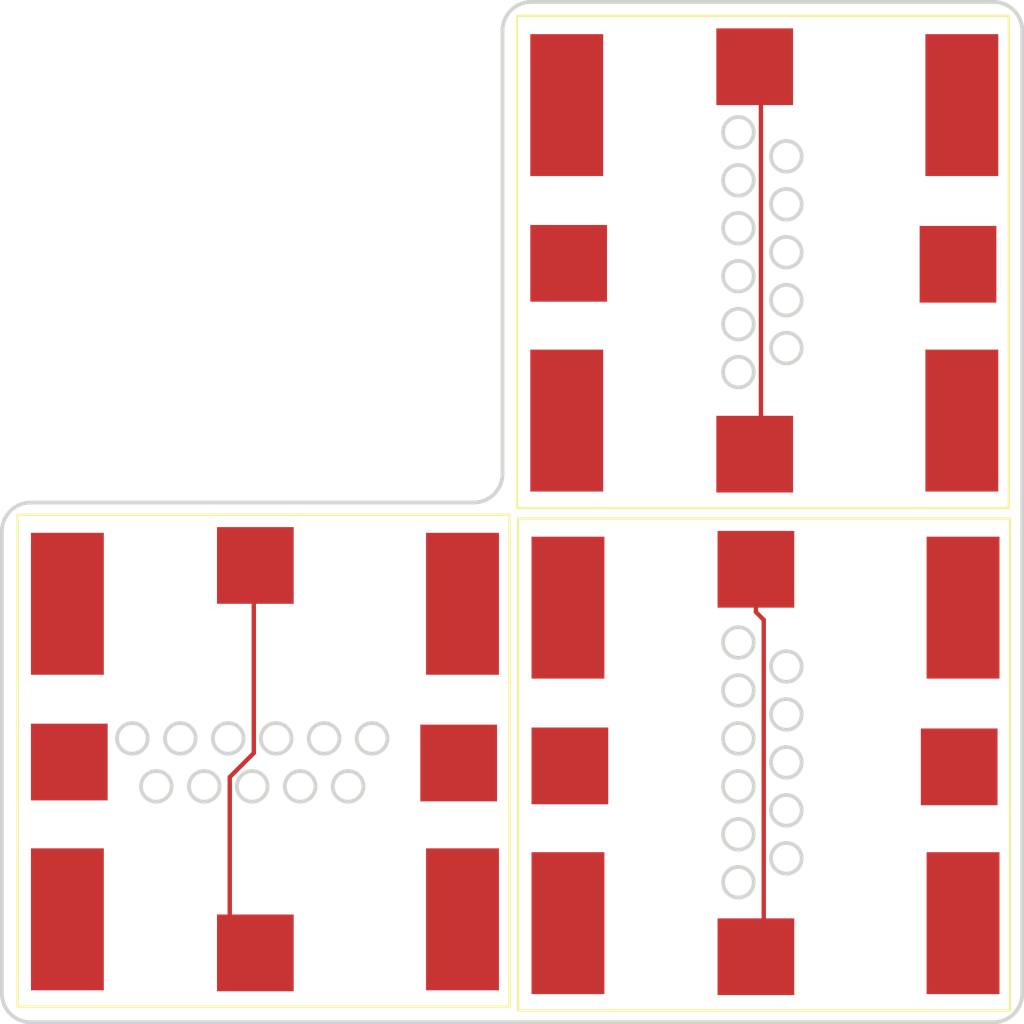
<source format=kicad_pcb>
(kicad_pcb (version 20171130) (host pcbnew "(5.1.10)-1")

  (general
    (thickness 0.8)
    (drawings 45)
    (tracks 12)
    (zones 0)
    (modules 3)
    (nets 22)
  )

  (page A4)
  (title_block
    (title "Perovskite Contact Board")
    (date 2023-07-20)
    (rev V3)
    (company "Aerospace eXperimental Payloads | UNL Aerospace Club")
    (comment 1 "Copyright (c) 2023")
    (comment 2 "Designer: JMMS")
    (comment 3 "Reviewer: WSA")
    (comment 4 "Approved: WSA")
  )

  (layers
    (0 F.Cu signal)
    (31 B.Cu signal)
    (32 B.Adhes user hide)
    (33 F.Adhes user)
    (34 B.Paste user)
    (35 F.Paste user)
    (36 B.SilkS user)
    (37 F.SilkS user)
    (38 B.Mask user)
    (39 F.Mask user)
    (40 Dwgs.User user hide)
    (41 Cmts.User user)
    (42 Eco1.User user hide)
    (43 Eco2.User user)
    (44 Edge.Cuts user)
    (45 Margin user hide)
    (46 B.CrtYd user)
    (47 F.CrtYd user)
    (48 B.Fab user hide)
    (49 F.Fab user hide)
  )

  (setup
    (last_trace_width 0.1524)
    (user_trace_width 0.1524)
    (user_trace_width 0.2286)
    (trace_clearance 0.1524)
    (zone_clearance 0.254)
    (zone_45_only no)
    (trace_min 0.1524)
    (via_size 0.8)
    (via_drill 0.4)
    (via_min_size 0.127)
    (via_min_drill 0.254)
    (user_via 0.508 0.254)
    (uvia_size 0.3)
    (uvia_drill 0.1)
    (uvias_allowed no)
    (uvia_min_size 0.2)
    (uvia_min_drill 0.1)
    (edge_width 0.1)
    (segment_width 0.2)
    (pcb_text_width 0.3)
    (pcb_text_size 1.5 1.5)
    (mod_edge_width 0.1)
    (mod_text_size 0.5 0.5)
    (mod_text_width 0.1)
    (pad_size 3.4 1.8)
    (pad_drill 0)
    (pad_to_mask_clearance 0)
    (aux_axis_origin 0 0)
    (visible_elements 7FFFFFFF)
    (pcbplotparams
      (layerselection 0x010fc_ffffffff)
      (usegerberextensions false)
      (usegerberattributes true)
      (usegerberadvancedattributes true)
      (creategerberjobfile true)
      (excludeedgelayer true)
      (linewidth 0.100000)
      (plotframeref false)
      (viasonmask false)
      (mode 1)
      (useauxorigin false)
      (hpglpennumber 1)
      (hpglpenspeed 20)
      (hpglpendiameter 15.000000)
      (psnegative false)
      (psa4output false)
      (plotreference true)
      (plotvalue true)
      (plotinvisibletext false)
      (padsonsilk false)
      (subtractmaskfromsilk false)
      (outputformat 1)
      (mirror false)
      (drillshape 0)
      (scaleselection 1)
      (outputdirectory "Gerbers"))
  )

  (net 0 "")
  (net 1 CELL_1)
  (net 2 CELL_2)
  (net 3 CELL_3)
  (net 4 CELL_4)
  (net 5 CELL_5)
  (net 6 CELL_6)
  (net 7 CP_1)
  (net 8 CELL_12)
  (net 9 CELL_11)
  (net 10 CELL_10)
  (net 11 CELL_9)
  (net 12 CELL_8)
  (net 13 CELL_7)
  (net 14 CP_2)
  (net 15 CELL_13)
  (net 16 CELL_14)
  (net 17 CELL_15)
  (net 18 CELL_16)
  (net 19 CELL_17)
  (net 20 CELL_18)
  (net 21 CP_3)

  (net_class Default "This is the default net class."
    (clearance 0.1524)
    (trace_width 0.1524)
    (via_dia 0.8)
    (via_drill 0.4)
    (uvia_dia 0.3)
    (uvia_drill 0.1)
    (add_net CELL_1)
    (add_net CELL_10)
    (add_net CELL_11)
    (add_net CELL_12)
    (add_net CELL_13)
    (add_net CELL_14)
    (add_net CELL_15)
    (add_net CELL_16)
    (add_net CELL_17)
    (add_net CELL_18)
    (add_net CELL_2)
    (add_net CELL_3)
    (add_net CELL_4)
    (add_net CELL_5)
    (add_net CELL_6)
    (add_net CELL_7)
    (add_net CELL_8)
    (add_net CELL_9)
    (add_net CP_1)
    (add_net CP_2)
    (add_net CP_3)
  )

  (module Perovskite:Perovskite (layer F.Cu) (tedit 6368C0DA) (tstamp 64D66224)
    (at 150.114 97.26 90)
    (path /636879E9)
    (fp_text reference U1 (at 0 0.5 90) (layer F.SilkS) hide
      (effects (font (size 0.5 0.5) (thickness 0.1)))
    )
    (fp_text value Perovskite_CP_6_Cell (at 0 -0.5 90) (layer F.Fab)
      (effects (font (size 1 1) (thickness 0.15)))
    )
    (fp_line (start 0 25.65) (end 25.65 0) (layer Eco1.User) (width 0.12))
    (fp_line (start 0 0) (end 25.65 25.65) (layer Eco1.User) (width 0.12))
    (fp_line (start 0 0) (end 0 25.65) (layer F.SilkS) (width 0.12))
    (fp_line (start 25.65 0) (end 25.65 25.65) (layer F.SilkS) (width 0.12))
    (fp_line (start 0 25.65) (end 25.65 25.65) (layer F.SilkS) (width 0.12))
    (fp_line (start 0 0) (end 25.65 0) (layer F.SilkS) (width 0.12))
    (pad 7 smd rect (at 23 12.4 90) (size 4 4) (layers F.Cu F.Paste F.Mask)
      (net 7 CP_1))
    (pad 7 smd rect (at 2.8 12.4 90) (size 4 4) (layers F.Cu F.Paste F.Mask)
      (net 7 CP_1))
    (pad 5 smd rect (at 12.7 23 90) (size 4 4) (layers F.Cu F.Paste F.Mask)
      (net 5 CELL_5))
    (pad 2 smd rect (at 12.75 2.7 90) (size 4 4) (layers F.Cu F.Paste F.Mask)
      (net 2 CELL_2))
    (pad 6 smd rect (at 4.55 23.2 90) (size 7.4 3.8) (layers F.Cu F.Paste F.Mask)
      (net 6 CELL_6))
    (pad 4 smd rect (at 21 23.2 90) (size 7.4 3.8) (layers F.Cu F.Paste F.Mask)
      (net 4 CELL_4))
    (pad 3 smd rect (at 21 2.6 90) (size 7.4 3.8) (layers F.Cu F.Paste F.Mask)
      (net 3 CELL_3))
    (pad 1 smd rect (at 4.55 2.6 90) (size 7.4 3.8) (layers F.Cu F.Paste F.Mask)
      (net 1 CELL_1))
    (model "${KIPRJMOD}/KiCAD Parts/Perovskite/Perovskite v2.step"
      (offset (xyz 12.5 -12.5 0))
      (scale (xyz 1 1 1))
      (rotate (xyz -90 0 0))
    )
  )

  (module Perovskite:Perovskite (layer F.Cu) (tedit 6368C0DA) (tstamp 64F830F9)
    (at 150.1775 123.463 90)
    (path /63690578)
    (fp_text reference U3 (at 0 0.5 90) (layer F.SilkS) hide
      (effects (font (size 0.5 0.5) (thickness 0.1)))
    )
    (fp_text value Perovskite_CP_6_Cell (at 0 -0.5 90) (layer F.Fab)
      (effects (font (size 1 1) (thickness 0.15)))
    )
    (fp_line (start 0 25.65) (end 25.65 0) (layer Eco1.User) (width 0.12))
    (fp_line (start 0 0) (end 25.65 25.65) (layer Eco1.User) (width 0.12))
    (fp_line (start 0 0) (end 0 25.65) (layer F.SilkS) (width 0.12))
    (fp_line (start 25.65 0) (end 25.65 25.65) (layer F.SilkS) (width 0.12))
    (fp_line (start 0 25.65) (end 25.65 25.65) (layer F.SilkS) (width 0.12))
    (fp_line (start 0 0) (end 25.65 0) (layer F.SilkS) (width 0.12))
    (pad 7 smd rect (at 23 12.4 90) (size 4 4) (layers F.Cu F.Paste F.Mask)
      (net 21 CP_3))
    (pad 7 smd rect (at 2.8 12.4 90) (size 4 4) (layers F.Cu F.Paste F.Mask)
      (net 21 CP_3))
    (pad 5 smd rect (at 12.7 23 90) (size 4 4) (layers F.Cu F.Paste F.Mask)
      (net 19 CELL_17))
    (pad 2 smd rect (at 12.75 2.7 90) (size 4 4) (layers F.Cu F.Paste F.Mask)
      (net 16 CELL_14))
    (pad 6 smd rect (at 4.55 23.2 90) (size 7.4 3.8) (layers F.Cu F.Paste F.Mask)
      (net 20 CELL_18))
    (pad 4 smd rect (at 21 23.2 90) (size 7.4 3.8) (layers F.Cu F.Paste F.Mask)
      (net 18 CELL_16))
    (pad 3 smd rect (at 21 2.6 90) (size 7.4 3.8) (layers F.Cu F.Paste F.Mask)
      (net 17 CELL_15))
    (pad 1 smd rect (at 4.55 2.6 90) (size 7.4 3.8) (layers F.Cu F.Paste F.Mask)
      (net 15 CELL_13))
    (model "${KIPRJMOD}/KiCAD Parts/Perovskite/Perovskite v2.step"
      (offset (xyz 12.5 -12.5 0))
      (scale (xyz 1 1 1))
      (rotate (xyz -90 0 0))
    )
  )

  (module Perovskite:Perovskite (layer F.Cu) (tedit 6368C0DA) (tstamp 64B48492)
    (at 124.079 123.263 90)
    (path /6368D231)
    (fp_text reference U2 (at 0 0.5 90) (layer F.SilkS) hide
      (effects (font (size 0.5 0.5) (thickness 0.1)))
    )
    (fp_text value Perovskite_CP_6_Cell (at 0 -0.5 90) (layer F.Fab)
      (effects (font (size 1 1) (thickness 0.15)))
    )
    (fp_line (start 0 25.65) (end 25.65 0) (layer Eco1.User) (width 0.12))
    (fp_line (start 0 0) (end 25.65 25.65) (layer Eco1.User) (width 0.12))
    (fp_line (start 0 0) (end 0 25.65) (layer F.SilkS) (width 0.12))
    (fp_line (start 25.65 0) (end 25.65 25.65) (layer F.SilkS) (width 0.12))
    (fp_line (start 0 25.65) (end 25.65 25.65) (layer F.SilkS) (width 0.12))
    (fp_line (start 0 0) (end 25.65 0) (layer F.SilkS) (width 0.12))
    (pad 7 smd rect (at 23 12.4 90) (size 4 4) (layers F.Cu F.Paste F.Mask)
      (net 14 CP_2))
    (pad 7 smd rect (at 2.8 12.4 90) (size 4 4) (layers F.Cu F.Paste F.Mask)
      (net 14 CP_2))
    (pad 5 smd rect (at 12.7 23 90) (size 4 4) (layers F.Cu F.Paste F.Mask)
      (net 9 CELL_11))
    (pad 2 smd rect (at 12.75 2.7 90) (size 4 4) (layers F.Cu F.Paste F.Mask)
      (net 12 CELL_8))
    (pad 6 smd rect (at 4.55 23.2 90) (size 7.4 3.8) (layers F.Cu F.Paste F.Mask)
      (net 8 CELL_12))
    (pad 4 smd rect (at 21 23.2 90) (size 7.4 3.8) (layers F.Cu F.Paste F.Mask)
      (net 10 CELL_10))
    (pad 3 smd rect (at 21 2.6 90) (size 7.4 3.8) (layers F.Cu F.Paste F.Mask)
      (net 11 CELL_9))
    (pad 1 smd rect (at 4.55 2.6 90) (size 7.4 3.8) (layers F.Cu F.Paste F.Mask)
      (net 13 CELL_7))
    (model "${KIPRJMOD}/KiCAD Parts/Perovskite/Perovskite v2.step"
      (offset (xyz 12.5 -12.5 0))
      (scale (xyz 1 1 1))
      (rotate (xyz -90 0 0))
    )
  )

  (gr_circle (center 161.6648 77.680401) (end 162.4648 77.680401) (layer Edge.Cuts) (width 0.2))
  (gr_circle (center 161.6648 82.680401) (end 162.4648 82.680401) (layer Edge.Cuts) (width 0.2))
  (gr_circle (center 164.1648 88.930401) (end 164.9648 88.930401) (layer Edge.Cuts) (width 0.2))
  (gr_circle (center 164.1648 113.0304) (end 164.9648 113.0304) (layer Edge.Cuts) (width 0.2))
  (gr_circle (center 142.5648 109.280401) (end 143.3648 109.280401) (layer Edge.Cuts) (width 0.2))
  (gr_circle (center 161.6648 80.180401) (end 162.4648 80.180401) (layer Edge.Cuts) (width 0.2))
  (gr_circle (center 161.6648 87.680401) (end 162.4648 87.680401) (layer Edge.Cuts) (width 0.2))
  (gr_circle (center 164.1648 115.5304) (end 164.9648 115.5304) (layer Edge.Cuts) (width 0.2))
  (gr_circle (center 141.3148 111.780401) (end 142.1148 111.780401) (layer Edge.Cuts) (width 0.2))
  (gr_circle (center 164.1648 83.930401) (end 164.9648 83.930401) (layer Edge.Cuts) (width 0.2))
  (gr_circle (center 137.5648 109.280401) (end 138.3648 109.280401) (layer Edge.Cuts) (width 0.2))
  (gr_circle (center 138.8148 111.780401) (end 139.6148 111.780401) (layer Edge.Cuts) (width 0.2))
  (gr_circle (center 132.5648 109.280401) (end 133.3648 109.280401) (layer Edge.Cuts) (width 0.2))
  (gr_circle (center 133.8148 111.780401) (end 134.6148 111.780401) (layer Edge.Cuts) (width 0.2))
  (gr_circle (center 131.3148 111.780401) (end 132.1148 111.780401) (layer Edge.Cuts) (width 0.2))
  (gr_circle (center 161.6648 106.780401) (end 162.4648 106.780401) (layer Edge.Cuts) (width 0.2))
  (gr_circle (center 161.6648 111.780401) (end 162.4648 111.780401) (layer Edge.Cuts) (width 0.2))
  (gr_circle (center 161.6648 114.2804) (end 162.4648 114.2804) (layer Edge.Cuts) (width 0.2))
  (gr_circle (center 161.6648 116.7804) (end 162.4648 116.7804) (layer Edge.Cuts) (width 0.2))
  (gr_circle (center 161.6648 104.280401) (end 162.4648 104.280401) (layer Edge.Cuts) (width 0.2))
  (gr_circle (center 136.3148 111.780401) (end 137.1148 111.780401) (layer Edge.Cuts) (width 0.2))
  (gr_circle (center 164.1648 110.530401) (end 164.9648 110.530401) (layer Edge.Cuts) (width 0.2))
  (gr_circle (center 164.1648 81.430401) (end 164.9648 81.430401) (layer Edge.Cuts) (width 0.2))
  (gr_circle (center 164.1648 78.930401) (end 164.9648 78.930401) (layer Edge.Cuts) (width 0.2))
  (gr_circle (center 161.6648 85.180401) (end 162.4648 85.180401) (layer Edge.Cuts) (width 0.2))
  (gr_circle (center 140.0648 109.280401) (end 140.8648 109.280401) (layer Edge.Cuts) (width 0.2))
  (gr_circle (center 161.6648 90.180401) (end 162.4648 90.180401) (layer Edge.Cuts) (width 0.2))
  (gr_circle (center 164.1648 86.430401) (end 164.9648 86.430401) (layer Edge.Cuts) (width 0.2))
  (gr_circle (center 135.0648 109.280401) (end 135.8648 109.280401) (layer Edge.Cuts) (width 0.2))
  (gr_circle (center 161.6648 109.280401) (end 162.4648 109.280401) (layer Edge.Cuts) (width 0.2))
  (gr_circle (center 164.1648 105.530401) (end 164.9648 105.530401) (layer Edge.Cuts) (width 0.2))
  (gr_line (start 149.3648 72.380401) (end 149.3648 95.480401) (layer Edge.Cuts) (width 0.2))
  (gr_line (start 124.7648 124.0804) (end 174.964799 124.0804) (layer Edge.Cuts) (width 0.2))
  (gr_circle (center 164.1648 108.030401) (end 164.9648 108.030401) (layer Edge.Cuts) (width 0.2))
  (gr_arc (start 124.7648 98.480401) (end 124.7648 96.980401) (angle -90) (layer Edge.Cuts) (width 0.2))
  (gr_line (start 174.964799 70.880401) (end 150.8648 70.880401) (layer Edge.Cuts) (width 0.2))
  (gr_arc (start 174.964799 72.380401) (end 176.464799 72.380401) (angle -90) (layer Edge.Cuts) (width 0.2))
  (gr_line (start 123.2648 98.480401) (end 123.2648 122.5804) (layer Edge.Cuts) (width 0.2))
  (gr_circle (center 130.0648 109.280401) (end 130.8648 109.280401) (layer Edge.Cuts) (width 0.2))
  (gr_arc (start 147.8648 95.480401) (end 147.8648 96.980401) (angle -90) (layer Edge.Cuts) (width 0.2))
  (gr_line (start 147.8648 96.980401) (end 124.7648 96.980401) (layer Edge.Cuts) (width 0.2))
  (gr_line (start 176.464799 122.5804) (end 176.464799 72.380401) (layer Edge.Cuts) (width 0.2))
  (gr_arc (start 150.8648 72.380401) (end 150.8648 70.880401) (angle -90) (layer Edge.Cuts) (width 0.2))
  (gr_arc (start 174.964799 122.5804) (end 174.964799 124.0804) (angle -90) (layer Edge.Cuts) (width 0.2))
  (gr_arc (start 124.7648 122.5804) (end 123.2648 122.5804) (angle -90) (layer Edge.Cuts) (width 0.2))

  (segment (start 162.839647 94.134353) (end 162.514 94.46) (width 0.2286) (layer F.Cu) (net 7))
  (segment (start 162.839647 74.585647) (end 162.839647 94.134353) (width 0.2286) (layer F.Cu) (net 7))
  (segment (start 162.514 74.26) (end 162.839647 74.585647) (width 0.2286) (layer F.Cu) (net 7))
  (segment (start 135.144586 119.128586) (end 136.479 120.463) (width 0.2286) (layer F.Cu) (net 14))
  (segment (start 135.144586 111.297642) (end 135.144586 119.128586) (width 0.2286) (layer F.Cu) (net 14))
  (segment (start 136.398588 110.04364) (end 135.144586 111.297642) (width 0.2286) (layer F.Cu) (net 14))
  (segment (start 136.398588 100.343412) (end 136.398588 110.04364) (width 0.2286) (layer F.Cu) (net 14))
  (segment (start 136.479 100.263) (end 136.398588 100.343412) (width 0.2286) (layer F.Cu) (net 14))
  (segment (start 162.986782 120.253718) (end 162.5775 120.663) (width 0.2286) (layer F.Cu) (net 21))
  (segment (start 162.986782 103.100882) (end 162.986782 120.253718) (width 0.2286) (layer F.Cu) (net 21))
  (segment (start 162.5775 102.6916) (end 162.986782 103.100882) (width 0.2286) (layer F.Cu) (net 21))
  (segment (start 162.5775 100.463) (end 162.5775 102.6916) (width 0.2286) (layer F.Cu) (net 21))

)

</source>
